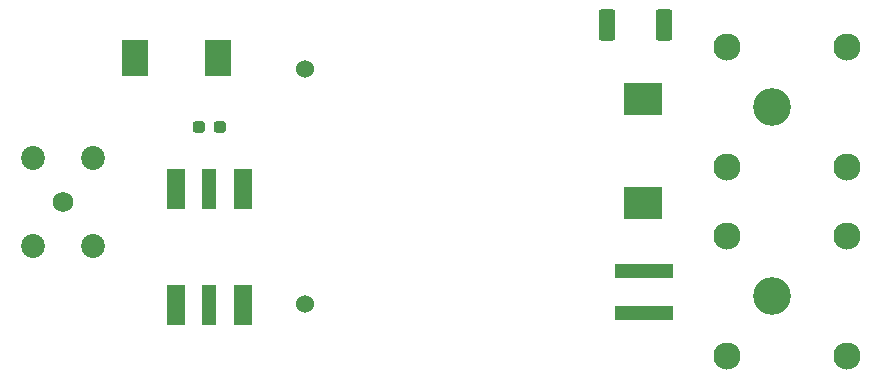
<source format=gts>
G04 #@! TF.GenerationSoftware,KiCad,Pcbnew,(6.0.9-0)*
G04 #@! TF.CreationDate,2023-06-22T13:59:50-04:00*
G04 #@! TF.ProjectId,plucker_v03,706c7563-6b65-4725-9f76-30332e6b6963,rev?*
G04 #@! TF.SameCoordinates,Original*
G04 #@! TF.FileFunction,Soldermask,Top*
G04 #@! TF.FilePolarity,Negative*
%FSLAX46Y46*%
G04 Gerber Fmt 4.6, Leading zero omitted, Abs format (unit mm)*
G04 Created by KiCad (PCBNEW (6.0.9-0)) date 2023-06-22 13:59:50*
%MOMM*%
%LPD*%
G01*
G04 APERTURE LIST*
G04 Aperture macros list*
%AMRoundRect*
0 Rectangle with rounded corners*
0 $1 Rounding radius*
0 $2 $3 $4 $5 $6 $7 $8 $9 X,Y pos of 4 corners*
0 Add a 4 corners polygon primitive as box body*
4,1,4,$2,$3,$4,$5,$6,$7,$8,$9,$2,$3,0*
0 Add four circle primitives for the rounded corners*
1,1,$1+$1,$2,$3*
1,1,$1+$1,$4,$5*
1,1,$1+$1,$6,$7*
1,1,$1+$1,$8,$9*
0 Add four rect primitives between the rounded corners*
20,1,$1+$1,$2,$3,$4,$5,0*
20,1,$1+$1,$4,$5,$6,$7,0*
20,1,$1+$1,$6,$7,$8,$9,0*
20,1,$1+$1,$8,$9,$2,$3,0*%
G04 Aperture macros list end*
%ADD10RoundRect,0.237500X0.287500X0.237500X-0.287500X0.237500X-0.287500X-0.237500X0.287500X-0.237500X0*%
%ADD11C,1.524000*%
%ADD12R,1.620000X3.375000*%
%ADD13R,1.200000X3.375000*%
%ADD14C,3.200000*%
%ADD15C,2.300000*%
%ADD16R,2.200000X3.150000*%
%ADD17R,3.200000X2.750000*%
%ADD18RoundRect,0.249999X0.450001X1.075001X-0.450001X1.075001X-0.450001X-1.075001X0.450001X-1.075001X0*%
%ADD19R,5.000000X1.300000*%
%ADD20C,1.755000*%
%ADD21C,2.025000*%
G04 APERTURE END LIST*
D10*
X124065000Y-98552000D03*
X122315000Y-98552000D03*
D11*
X131296000Y-113538000D03*
X131296000Y-93652000D03*
D12*
X120350000Y-113622000D03*
D13*
X123190000Y-113622000D03*
D12*
X126030000Y-113622000D03*
X126030000Y-103802000D03*
D13*
X123190000Y-103802000D03*
D12*
X120350000Y-103802000D03*
D14*
X170796000Y-96902000D03*
D15*
X177156000Y-91822000D03*
X166996000Y-91822000D03*
X177156000Y-101982000D03*
X166996000Y-101982000D03*
D16*
X116896000Y-92710000D03*
X123896000Y-92710000D03*
D17*
X159893000Y-104984000D03*
X159893000Y-96184000D03*
D18*
X161658000Y-89916000D03*
X156858000Y-89916000D03*
D19*
X160020000Y-110772000D03*
X160020000Y-114272000D03*
D14*
X170796000Y-112902000D03*
D15*
X166996000Y-117982000D03*
X177156000Y-107822000D03*
X177156000Y-117982000D03*
X166996000Y-107822000D03*
D20*
X110796000Y-104902000D03*
D21*
X108256000Y-108602000D03*
X113336000Y-108602000D03*
X113336000Y-101202000D03*
X108256000Y-101202000D03*
M02*

</source>
